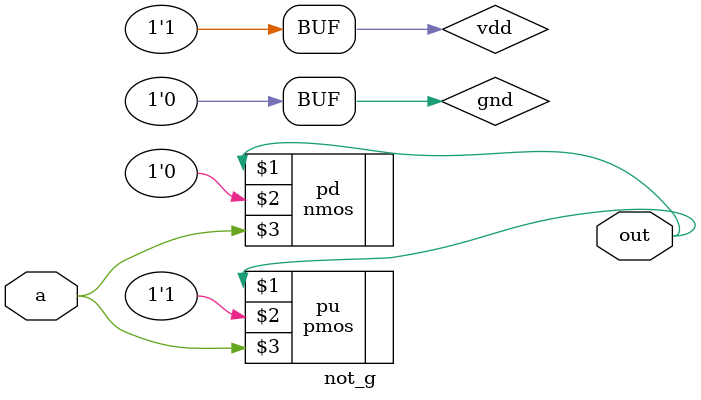
<source format=v>
module not_g(input a,output out);
supply1 vdd;
supply0 gnd;
pmos pu(out,vdd,a);
nmos pd(out,gnd,a);
endmodule

</source>
